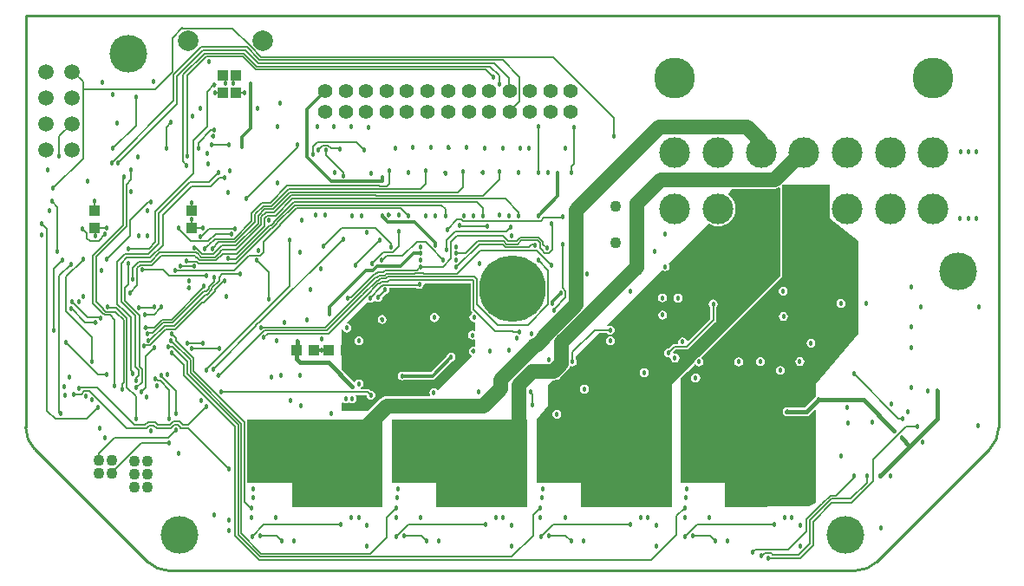
<source format=gbl>
%FSLAX23Y23*%
%MOIN*%
G70*
G01*
G75*
G04 Layer_Physical_Order=4*
G04 Layer_Color=16711680*
%ADD10R,0.020X0.020*%
%ADD11R,0.020X0.020*%
%ADD12R,0.022X0.057*%
%ADD13R,0.022X0.057*%
%ADD14R,0.055X0.039*%
%ADD15R,0.079X0.043*%
%ADD16R,0.031X0.031*%
%ADD17R,0.059X0.098*%
%ADD18R,0.098X0.059*%
%ADD19R,0.039X0.055*%
G04:AMPARAMS|DCode=20|XSize=142mil|YSize=79mil|CornerRadius=4mil|HoleSize=0mil|Usage=FLASHONLY|Rotation=180.000|XOffset=0mil|YOffset=0mil|HoleType=Round|Shape=RoundedRectangle|*
%AMROUNDEDRECTD20*
21,1,0.142,0.071,0,0,180.0*
21,1,0.134,0.079,0,0,180.0*
1,1,0.008,-0.067,0.035*
1,1,0.008,0.067,0.035*
1,1,0.008,0.067,-0.035*
1,1,0.008,-0.067,-0.035*
%
%ADD20ROUNDEDRECTD20*%
%ADD21R,0.020X0.014*%
%ADD22R,0.014X0.020*%
%ADD23R,0.057X0.018*%
%ADD24R,0.071X0.045*%
%ADD25C,0.020*%
%ADD26R,0.020X0.063*%
%ADD27R,0.083X0.114*%
%ADD28R,0.051X0.039*%
%ADD29R,0.055X0.024*%
%ADD30R,0.071X0.024*%
G04:AMPARAMS|DCode=31|XSize=75mil|YSize=126mil|CornerRadius=0mil|HoleSize=0mil|Usage=FLASHONLY|Rotation=90.000|XOffset=0mil|YOffset=0mil|HoleType=Round|Shape=Octagon|*
%AMOCTAGOND31*
4,1,8,-0.063,-0.019,-0.063,0.019,-0.044,0.037,0.044,0.037,0.063,0.019,0.063,-0.019,0.044,-0.037,-0.044,-0.037,-0.063,-0.019,0.0*
%
%ADD31OCTAGOND31*%

%ADD32R,0.017X0.050*%
%ADD33R,0.050X0.017*%
%ADD34R,0.087X0.024*%
G04:AMPARAMS|DCode=35|XSize=12mil|YSize=71mil|CornerRadius=0mil|HoleSize=0mil|Usage=FLASHONLY|Rotation=315.000|XOffset=0mil|YOffset=0mil|HoleType=Round|Shape=Round|*
%AMOVALD35*
21,1,0.059,0.012,0.000,0.000,45.0*
1,1,0.012,-0.021,-0.021*
1,1,0.012,0.021,0.021*
%
%ADD35OVALD35*%

G04:AMPARAMS|DCode=36|XSize=12mil|YSize=71mil|CornerRadius=0mil|HoleSize=0mil|Usage=FLASHONLY|Rotation=45.000|XOffset=0mil|YOffset=0mil|HoleType=Round|Shape=Round|*
%AMOVALD36*
21,1,0.059,0.012,0.000,0.000,135.0*
1,1,0.012,0.021,-0.021*
1,1,0.012,-0.021,0.021*
%
%ADD36OVALD36*%

%ADD37R,0.018X0.037*%
%ADD38R,0.037X0.018*%
G04:AMPARAMS|DCode=39|XSize=228mil|YSize=252mil|CornerRadius=17mil|HoleSize=0mil|Usage=FLASHONLY|Rotation=0.000|XOffset=0mil|YOffset=0mil|HoleType=Round|Shape=RoundedRectangle|*
%AMROUNDEDRECTD39*
21,1,0.228,0.218,0,0,0.0*
21,1,0.194,0.252,0,0,0.0*
1,1,0.034,0.097,-0.109*
1,1,0.034,-0.097,-0.109*
1,1,0.034,-0.097,0.109*
1,1,0.034,0.097,0.109*
%
%ADD39ROUNDEDRECTD39*%
G04:AMPARAMS|DCode=40|XSize=47mil|YSize=87mil|CornerRadius=4mil|HoleSize=0mil|Usage=FLASHONLY|Rotation=0.000|XOffset=0mil|YOffset=0mil|HoleType=Round|Shape=RoundedRectangle|*
%AMROUNDEDRECTD40*
21,1,0.047,0.080,0,0,0.0*
21,1,0.040,0.087,0,0,0.0*
1,1,0.007,0.020,-0.040*
1,1,0.007,-0.020,-0.040*
1,1,0.007,-0.020,0.040*
1,1,0.007,0.020,0.040*
%
%ADD40ROUNDEDRECTD40*%
%ADD41R,0.146X0.059*%
%ADD42R,0.059X0.146*%
G04:AMPARAMS|DCode=43|XSize=95mil|YSize=130mil|CornerRadius=7mil|HoleSize=0mil|Usage=FLASHONLY|Rotation=90.000|XOffset=0mil|YOffset=0mil|HoleType=Round|Shape=RoundedRectangle|*
%AMROUNDEDRECTD43*
21,1,0.095,0.116,0,0,90.0*
21,1,0.081,0.130,0,0,90.0*
1,1,0.014,0.058,0.040*
1,1,0.014,0.058,-0.040*
1,1,0.014,-0.058,-0.040*
1,1,0.014,-0.058,0.040*
%
%ADD43ROUNDEDRECTD43*%
G04:AMPARAMS|DCode=44|XSize=26mil|YSize=69mil|CornerRadius=2mil|HoleSize=0mil|Usage=FLASHONLY|Rotation=180.000|XOffset=0mil|YOffset=0mil|HoleType=Round|Shape=RoundedRectangle|*
%AMROUNDEDRECTD44*
21,1,0.026,0.065,0,0,180.0*
21,1,0.022,0.069,0,0,180.0*
1,1,0.004,-0.011,0.033*
1,1,0.004,0.011,0.033*
1,1,0.004,0.011,-0.033*
1,1,0.004,-0.011,-0.033*
%
%ADD44ROUNDEDRECTD44*%
%ADD45R,0.039X0.125*%
G04:AMPARAMS|DCode=46|XSize=95mil|YSize=130mil|CornerRadius=7mil|HoleSize=0mil|Usage=FLASHONLY|Rotation=0.000|XOffset=0mil|YOffset=0mil|HoleType=Round|Shape=RoundedRectangle|*
%AMROUNDEDRECTD46*
21,1,0.095,0.116,0,0,0.0*
21,1,0.081,0.130,0,0,0.0*
1,1,0.014,0.040,-0.058*
1,1,0.014,-0.040,-0.058*
1,1,0.014,-0.040,0.058*
1,1,0.014,0.040,0.058*
%
%ADD46ROUNDEDRECTD46*%
G04:AMPARAMS|DCode=47|XSize=26mil|YSize=69mil|CornerRadius=2mil|HoleSize=0mil|Usage=FLASHONLY|Rotation=90.000|XOffset=0mil|YOffset=0mil|HoleType=Round|Shape=RoundedRectangle|*
%AMROUNDEDRECTD47*
21,1,0.026,0.065,0,0,90.0*
21,1,0.022,0.069,0,0,90.0*
1,1,0.004,0.033,0.011*
1,1,0.004,0.033,-0.011*
1,1,0.004,-0.033,-0.011*
1,1,0.004,-0.033,0.011*
%
%ADD47ROUNDEDRECTD47*%
%ADD48R,0.125X0.039*%
%ADD49R,0.051X0.079*%
%ADD50R,0.043X0.039*%
%ADD51R,0.057X0.022*%
%ADD52R,0.057X0.022*%
%ADD53R,0.051X0.043*%
%ADD54R,0.043X0.051*%
%ADD55R,0.050X0.012*%
%ADD56C,0.006*%
%ADD57C,0.012*%
%ADD58C,0.016*%
%ADD59C,0.020*%
%ADD60C,0.025*%
%ADD61C,0.030*%
%ADD62C,0.010*%
%ADD63C,0.043*%
%ADD64C,0.145*%
%ADD65C,0.079*%
%ADD66C,0.256*%
%ADD67C,0.118*%
%ADD68C,0.157*%
%ADD69C,0.055*%
%ADD70C,0.059*%
%ADD71C,0.018*%
%ADD72C,0.040*%
%ADD73C,0.007*%
%ADD74C,0.056*%
%ADD75C,0.083*%
%ADD76C,0.260*%
%ADD77C,0.099*%
%ADD78C,0.146*%
%ADD79C,0.060*%
%ADD80C,0.052*%
%ADD81C,0.032*%
%ADD82R,0.039X0.043*%
%ADD83C,0.055*%
G36*
X58Y-837D02*
X-291D01*
Y-746D01*
X-463D01*
Y-503D01*
X58D01*
Y-837D01*
D02*
G37*
G36*
X1222Y324D02*
X1221Y322D01*
X1220Y309D01*
X1221Y296D01*
X1222Y294D01*
Y270D01*
X1332Y185D01*
Y-172D01*
X1169Y-366D01*
Y-412D01*
X1166Y-414D01*
X1163Y-418D01*
X1126Y-455D01*
X1064D01*
X1064Y-455D01*
X1057Y-454D01*
X1050Y-455D01*
X1045Y-459D01*
X1041Y-464D01*
X1040Y-471D01*
X1041Y-478D01*
X1045Y-483D01*
X1050Y-487D01*
X1057Y-488D01*
X1059Y-488D01*
X1132D01*
X1139Y-487D01*
X1144Y-483D01*
X1144Y-483D01*
X1144Y-483D01*
X1164Y-463D01*
X1169Y-465D01*
Y-515D01*
X1168D01*
Y-821D01*
X1140Y-836D01*
X819Y-837D01*
Y-746D01*
X647D01*
Y-515D01*
Y-344D01*
X648Y-343D01*
X674Y-317D01*
X700Y-291D01*
X700Y-291D01*
X701Y-290D01*
X701Y-290D01*
X701Y-290D01*
X702Y-290D01*
X702Y-290D01*
X703Y-290D01*
X703Y-290D01*
X703D01*
X703D01*
Y-290D01*
X703Y-290D01*
X705Y-290D01*
X707Y-292D01*
X712Y-296D01*
X719Y-297D01*
X726Y-296D01*
X731Y-292D01*
X735Y-287D01*
X736Y-280D01*
X735Y-273D01*
X731Y-268D01*
X728Y-266D01*
X728Y-265D01*
X729Y-264D01*
X729Y-263D01*
X729Y-263D01*
X729Y-262D01*
X729Y-262D01*
X729Y-262D01*
X730Y-261D01*
X730Y-261D01*
X1039Y48D01*
Y51D01*
X1039Y51D01*
X1039Y51D01*
Y388D01*
X1039Y388D01*
X1039Y388D01*
Y388D01*
Y401D01*
X1040Y402D01*
X1222D01*
Y324D01*
D02*
G37*
G36*
X-498Y-837D02*
X-847D01*
Y-746D01*
X-1019D01*
Y-503D01*
X-498D01*
Y-837D01*
D02*
G37*
G36*
X1031Y388D02*
Y51D01*
X723Y-256D01*
X723Y-256D01*
X723Y-257D01*
X722Y-258D01*
X722Y-259D01*
X722Y-259D01*
X721Y-259D01*
X721Y-260D01*
X718Y-263D01*
X712Y-264D01*
X707Y-268D01*
X703Y-273D01*
X702Y-279D01*
X699Y-282D01*
X698Y-282D01*
X698Y-283D01*
X698Y-283D01*
X697Y-283D01*
X696Y-284D01*
X695Y-284D01*
X695Y-284D01*
X641Y-338D01*
X639Y-341D01*
X639Y-342D01*
X613Y-368D01*
X614Y-503D01*
X614D01*
Y-837D01*
X265D01*
Y-746D01*
X93D01*
Y-503D01*
X97D01*
X96Y-503D01*
X137Y-450D01*
Y-368D01*
X153Y-352D01*
X159D01*
X168Y-350D01*
X177Y-347D01*
X184Y-341D01*
X215Y-310D01*
X215Y-310D01*
X215Y-310D01*
X220Y-303D01*
X222Y-299D01*
X223Y-297D01*
X225Y-296D01*
X232Y-297D01*
X239Y-296D01*
X244Y-292D01*
X248Y-287D01*
X249Y-280D01*
X248Y-273D01*
X244Y-268D01*
X243Y-267D01*
Y-262D01*
X336Y-169D01*
X364D01*
X365Y-170D01*
X370Y-174D01*
X377Y-175D01*
X384Y-174D01*
X389Y-170D01*
X393Y-165D01*
X394Y-158D01*
X393Y-151D01*
X389Y-146D01*
X384Y-142D01*
X377Y-141D01*
X370Y-142D01*
X369Y-143D01*
X366Y-139D01*
X577Y72D01*
X582Y70D01*
X588Y68D01*
X595Y70D01*
X601Y73D01*
X604Y79D01*
X606Y86D01*
X604Y92D01*
X602Y97D01*
X757Y252D01*
X766Y247D01*
X778Y243D01*
X791Y242D01*
X804Y243D01*
X817Y247D01*
X829Y253D01*
X839Y261D01*
X847Y272D01*
X854Y283D01*
X857Y296D01*
X859Y309D01*
X857Y322D01*
X854Y335D01*
X847Y346D01*
X839Y357D01*
X830Y364D01*
X845Y386D01*
X1009D01*
X1018Y387D01*
X1023Y390D01*
X1027Y391D01*
X1031Y388D01*
D02*
G37*
G36*
X-160Y-77D02*
X-160Y-77D01*
X-160Y-81D01*
X-157Y-85D01*
X-153Y-89D01*
X-154Y-94D01*
X-159Y-97D01*
X-162Y-103D01*
X-164Y-109D01*
X-162Y-116D01*
X-159Y-122D01*
X-153Y-125D01*
X-146Y-127D01*
X-143Y-129D01*
X-143Y-158D01*
X-147Y-161D01*
X-153Y-160D01*
X-160Y-161D01*
X-165Y-165D01*
X-169Y-170D01*
X-170Y-177D01*
X-169Y-184D01*
X-165Y-189D01*
X-160Y-193D01*
X-153Y-194D01*
X-147Y-193D01*
X-143Y-196D01*
X-143Y-219D01*
X-147Y-222D01*
X-150Y-222D01*
X-157Y-223D01*
X-162Y-227D01*
X-166Y-232D01*
X-167Y-239D01*
X-166Y-246D01*
X-162Y-251D01*
X-157Y-255D01*
X-155Y-255D01*
X-154Y-260D01*
X-282Y-388D01*
X-287Y-388D01*
X-289Y-386D01*
X-294Y-382D01*
X-301Y-381D01*
X-308Y-382D01*
X-313Y-386D01*
X-317Y-391D01*
X-318Y-398D01*
X-317Y-405D01*
X-316Y-407D01*
X-318Y-411D01*
X-482D01*
X-491Y-412D01*
X-496Y-415D01*
X-500Y-416D01*
X-507Y-422D01*
X-554Y-468D01*
X-657D01*
Y-437D01*
X-652Y-434D01*
X-647Y-438D01*
X-640Y-439D01*
X-633Y-438D01*
X-628Y-434D01*
X-627D01*
X-622Y-438D01*
X-615Y-439D01*
X-608Y-438D01*
X-603Y-434D01*
X-599Y-429D01*
X-598Y-422D01*
X-599Y-415D01*
X-603Y-410D01*
X-602Y-407D01*
X-561D01*
X-560Y-408D01*
X-559Y-415D01*
X-555Y-420D01*
X-550Y-424D01*
X-543Y-425D01*
X-536Y-424D01*
X-531Y-420D01*
X-527Y-415D01*
X-526Y-408D01*
X-527Y-401D01*
X-531Y-396D01*
X-536Y-392D01*
X-543Y-391D01*
X-544Y-391D01*
X-547Y-388D01*
X-551Y-386D01*
X-555Y-385D01*
X-555Y-385D01*
X-581D01*
X-582Y-380D01*
X-577Y-376D01*
X-573Y-371D01*
X-572Y-364D01*
X-573Y-357D01*
X-577Y-352D01*
X-582Y-348D01*
X-589Y-347D01*
X-596Y-348D01*
X-601Y-352D01*
X-604Y-356D01*
X-609Y-357D01*
X-657Y-309D01*
Y-155D01*
X-652Y-154D01*
X-652Y-156D01*
X-648Y-162D01*
X-642Y-165D01*
X-636Y-167D01*
X-629Y-165D01*
X-623Y-162D01*
X-620Y-156D01*
X-618Y-149D01*
X-620Y-143D01*
X-623Y-137D01*
X-629Y-133D01*
X-636Y-132D01*
X-636Y-132D01*
X-554Y-50D01*
X-552Y-52D01*
X-545Y-53D01*
X-538Y-52D01*
X-533Y-48D01*
X-532Y-48D01*
X-527Y-44D01*
X-522Y-48D01*
X-515Y-49D01*
X-508Y-48D01*
X-503Y-44D01*
X-499Y-39D01*
X-498Y-32D01*
X-498Y-31D01*
X-487Y-20D01*
X-481Y-19D01*
X-476Y-15D01*
X-472Y-10D01*
X-471Y-3D01*
X-472Y4D01*
X-471Y5D01*
X-368D01*
X-364Y2D01*
X-357Y1D01*
X-350Y2D01*
X-345Y6D01*
X-341Y11D01*
X-340Y18D01*
X-340Y18D01*
X-337Y22D01*
X-160D01*
Y-77D01*
D02*
G37*
%LPC*%
G36*
X-235Y-245D02*
X-242Y-246D01*
X-247Y-250D01*
X-251Y-255D01*
X-252Y-258D01*
X-313Y-320D01*
X-413D01*
X-416Y-318D01*
X-423Y-317D01*
X-429Y-318D01*
X-435Y-322D01*
X-439Y-328D01*
X-440Y-334D01*
X-439Y-341D01*
X-435Y-347D01*
X-429Y-350D01*
X-423Y-352D01*
X-416Y-350D01*
X-413Y-349D01*
X-307D01*
X-307Y-349D01*
X-302Y-347D01*
X-297Y-344D01*
X-231Y-279D01*
X-228Y-278D01*
X-223Y-274D01*
X-219Y-269D01*
X-218Y-262D01*
X-219Y-255D01*
X-223Y-250D01*
X-228Y-246D01*
X-235Y-245D01*
D02*
G37*
G36*
X871Y-263D02*
X864Y-264D01*
X859Y-268D01*
X855Y-273D01*
X854Y-280D01*
X855Y-287D01*
X859Y-292D01*
X864Y-296D01*
X871Y-297D01*
X878Y-296D01*
X883Y-292D01*
X887Y-287D01*
X888Y-280D01*
X887Y-273D01*
X883Y-268D01*
X878Y-264D01*
X871Y-263D01*
D02*
G37*
G36*
X1106Y-262D02*
X1099Y-263D01*
X1094Y-267D01*
X1090Y-272D01*
X1089Y-279D01*
X1090Y-286D01*
X1094Y-291D01*
X1099Y-295D01*
X1106Y-296D01*
X1113Y-295D01*
X1118Y-291D01*
X1122Y-286D01*
X1123Y-279D01*
X1122Y-272D01*
X1118Y-267D01*
X1113Y-263D01*
X1106Y-262D01*
D02*
G37*
G36*
X955D02*
X948Y-263D01*
X943Y-267D01*
X939Y-272D01*
X938Y-279D01*
X939Y-286D01*
X943Y-291D01*
X948Y-295D01*
X955Y-296D01*
X962Y-295D01*
X967Y-291D01*
X971Y-286D01*
X972Y-279D01*
X971Y-272D01*
X967Y-267D01*
X962Y-263D01*
X955Y-262D01*
D02*
G37*
G36*
X278Y-367D02*
X271Y-369D01*
X265Y-372D01*
X262Y-378D01*
X260Y-385D01*
X262Y-391D01*
X265Y-397D01*
X271Y-401D01*
X278Y-402D01*
X284Y-401D01*
X290Y-397D01*
X294Y-391D01*
X295Y-385D01*
X294Y-378D01*
X290Y-372D01*
X284Y-369D01*
X278Y-367D01*
D02*
G37*
G36*
X172Y-464D02*
X165Y-465D01*
X160Y-469D01*
X156Y-474D01*
X155Y-481D01*
X156Y-488D01*
X160Y-493D01*
X165Y-497D01*
X172Y-498D01*
X179Y-497D01*
X184Y-493D01*
X188Y-488D01*
X189Y-481D01*
X188Y-474D01*
X184Y-469D01*
X179Y-465D01*
X172Y-464D01*
D02*
G37*
G36*
X705Y-324D02*
X699Y-325D01*
X693Y-329D01*
X689Y-335D01*
X688Y-341D01*
X689Y-348D01*
X693Y-354D01*
X699Y-357D01*
X705Y-359D01*
X712Y-357D01*
X718Y-354D01*
X721Y-348D01*
X723Y-341D01*
X721Y-335D01*
X718Y-329D01*
X712Y-325D01*
X705Y-324D01*
D02*
G37*
G36*
X1031Y-296D02*
X1024Y-297D01*
X1019Y-301D01*
X1015Y-306D01*
X1014Y-313D01*
X1015Y-320D01*
X1019Y-325D01*
X1024Y-329D01*
X1031Y-330D01*
X1038Y-329D01*
X1043Y-325D01*
X1047Y-320D01*
X1048Y-313D01*
X1047Y-306D01*
X1043Y-301D01*
X1038Y-297D01*
X1031Y-296D01*
D02*
G37*
G36*
X508Y-305D02*
X501Y-306D01*
X496Y-310D01*
X492Y-315D01*
X491Y-322D01*
X492Y-329D01*
X496Y-334D01*
X501Y-338D01*
X508Y-339D01*
X515Y-338D01*
X520Y-334D01*
X524Y-329D01*
X525Y-322D01*
X524Y-315D01*
X520Y-310D01*
X515Y-306D01*
X508Y-305D01*
D02*
G37*
G36*
X1264Y-38D02*
X1257Y-39D01*
X1252Y-43D01*
X1248Y-48D01*
X1247Y-55D01*
X1248Y-62D01*
X1252Y-67D01*
X1257Y-71D01*
X1264Y-72D01*
X1271Y-71D01*
X1276Y-67D01*
X1280Y-62D01*
X1281Y-55D01*
X1280Y-48D01*
X1276Y-43D01*
X1271Y-39D01*
X1264Y-38D01*
D02*
G37*
G36*
X579Y-83D02*
X572Y-84D01*
X567Y-88D01*
X563Y-93D01*
X562Y-100D01*
X563Y-107D01*
X567Y-112D01*
X572Y-116D01*
X579Y-117D01*
X586Y-116D01*
X591Y-112D01*
X595Y-107D01*
X596Y-100D01*
X595Y-93D01*
X591Y-88D01*
X586Y-84D01*
X579Y-83D01*
D02*
G37*
G36*
X1043Y-89D02*
X1036Y-90D01*
X1031Y-94D01*
X1027Y-99D01*
X1026Y-106D01*
X1027Y-113D01*
X1031Y-118D01*
X1036Y-122D01*
X1043Y-123D01*
X1050Y-122D01*
X1055Y-118D01*
X1059Y-113D01*
X1060Y-106D01*
X1059Y-99D01*
X1055Y-94D01*
X1050Y-90D01*
X1043Y-89D01*
D02*
G37*
G36*
X1042Y9D02*
X1035Y8D01*
X1030Y4D01*
X1026Y-1D01*
X1025Y-8D01*
X1026Y-15D01*
X1030Y-20D01*
X1035Y-24D01*
X1042Y-25D01*
X1049Y-24D01*
X1054Y-20D01*
X1058Y-15D01*
X1059Y-8D01*
X1058Y-1D01*
X1054Y4D01*
X1049Y8D01*
X1042Y9D01*
D02*
G37*
G36*
X578Y-17D02*
X571Y-18D01*
X566Y-22D01*
X562Y-27D01*
X561Y-34D01*
X562Y-41D01*
X566Y-46D01*
X571Y-50D01*
X578Y-51D01*
X585Y-50D01*
X590Y-46D01*
X594Y-41D01*
X595Y-34D01*
X594Y-27D01*
X590Y-22D01*
X585Y-18D01*
X578Y-17D01*
D02*
G37*
G36*
X638Y-18D02*
X631Y-19D01*
X626Y-23D01*
X622Y-28D01*
X621Y-35D01*
X622Y-42D01*
X626Y-47D01*
X631Y-51D01*
X638Y-52D01*
X645Y-51D01*
X650Y-47D01*
X654Y-42D01*
X655Y-35D01*
X654Y-28D01*
X650Y-23D01*
X645Y-19D01*
X638Y-18D01*
D02*
G37*
G36*
X-589Y-181D02*
X-596Y-183D01*
X-601Y-187D01*
X-605Y-192D01*
X-607Y-199D01*
X-605Y-205D01*
X-601Y-211D01*
X-596Y-215D01*
X-589Y-216D01*
X-583Y-215D01*
X-577Y-211D01*
X-573Y-205D01*
X-572Y-199D01*
X-573Y-192D01*
X-577Y-187D01*
X-583Y-183D01*
X-589Y-181D01*
D02*
G37*
G36*
X377Y-182D02*
X370Y-183D01*
X365Y-187D01*
X361Y-192D01*
X360Y-199D01*
X361Y-206D01*
X365Y-211D01*
X370Y-215D01*
X377Y-216D01*
X384Y-215D01*
X389Y-211D01*
X393Y-206D01*
X394Y-199D01*
X393Y-192D01*
X389Y-187D01*
X384Y-183D01*
X377Y-182D01*
D02*
G37*
G36*
X1149Y-191D02*
X1142Y-192D01*
X1137Y-196D01*
X1133Y-201D01*
X1132Y-208D01*
X1133Y-215D01*
X1137Y-220D01*
X1142Y-224D01*
X1149Y-225D01*
X1156Y-224D01*
X1161Y-220D01*
X1165Y-215D01*
X1166Y-208D01*
X1165Y-201D01*
X1161Y-196D01*
X1156Y-192D01*
X1149Y-191D01*
D02*
G37*
G36*
X-298Y-92D02*
X-304Y-93D01*
X-310Y-97D01*
X-314Y-103D01*
X-315Y-109D01*
X-314Y-116D01*
X-310Y-122D01*
X-304Y-125D01*
X-298Y-127D01*
X-291Y-125D01*
X-285Y-122D01*
X-282Y-116D01*
X-280Y-109D01*
X-282Y-103D01*
X-285Y-97D01*
X-291Y-93D01*
X-298Y-92D01*
D02*
G37*
G36*
X-500Y-100D02*
X-507Y-101D01*
X-512Y-105D01*
X-516Y-110D01*
X-517Y-117D01*
X-516Y-124D01*
X-512Y-129D01*
X-507Y-133D01*
X-500Y-134D01*
X-493Y-133D01*
X-488Y-129D01*
X-484Y-124D01*
X-483Y-117D01*
X-484Y-110D01*
X-488Y-105D01*
X-493Y-101D01*
X-500Y-100D01*
D02*
G37*
G36*
X773Y-40D02*
X766Y-42D01*
X760Y-45D01*
X757Y-51D01*
X755Y-58D01*
X757Y-64D01*
X760Y-70D01*
X761Y-71D01*
Y-115D01*
X677Y-199D01*
X672Y-198D01*
X672Y-196D01*
X668Y-191D01*
X663Y-187D01*
X656Y-186D01*
X649Y-187D01*
X644Y-191D01*
X640Y-196D01*
X639Y-203D01*
X639Y-207D01*
X636Y-211D01*
X624D01*
X620Y-212D01*
X616Y-214D01*
X616Y-214D01*
X601Y-229D01*
X600Y-229D01*
X593Y-230D01*
X588Y-234D01*
X584Y-239D01*
X583Y-246D01*
X584Y-253D01*
X588Y-258D01*
X593Y-262D01*
X600Y-263D01*
X600Y-263D01*
X609Y-265D01*
X610Y-272D01*
X614Y-277D01*
X619Y-281D01*
X626Y-282D01*
X633Y-281D01*
X638Y-277D01*
X642Y-272D01*
X643Y-265D01*
X642Y-258D01*
X638Y-253D01*
X633Y-249D01*
X626Y-248D01*
X626Y-248D01*
X618Y-246D01*
X617Y-245D01*
X629Y-233D01*
X670D01*
X670Y-233D01*
X674Y-232D01*
X678Y-230D01*
X781Y-127D01*
X781Y-127D01*
X783Y-124D01*
X784Y-119D01*
Y-71D01*
X785Y-70D01*
X789Y-64D01*
X790Y-58D01*
X789Y-51D01*
X785Y-45D01*
X779Y-42D01*
X773Y-40D01*
D02*
G37*
%LPD*%
D50*
X-1604Y236D02*
D03*
Y302D02*
D03*
X-1231Y236D02*
D03*
Y302D02*
D03*
X-1112Y755D02*
D03*
Y821D02*
D03*
X-1061Y755D02*
D03*
Y821D02*
D03*
D56*
X-1229Y236D02*
X-1186D01*
X-1602D02*
X-1601Y235D01*
X-1559D01*
X-1561Y237D02*
X-1559Y235D01*
X-1248Y5D02*
X-1245D01*
X-1244Y4D01*
X-1326Y-329D02*
X-1324D01*
X-1502Y-50D02*
Y99D01*
X227Y452D02*
Y471D01*
X238Y482D01*
Y623D01*
X-598Y565D02*
X-569Y536D01*
X-748Y565D02*
X-598D01*
X-697Y540D02*
X-659D01*
X-892Y714D02*
X-891Y715D01*
X-273Y323D02*
X-257Y307D01*
X-137Y335D02*
X-113Y311D01*
X-26Y347D02*
X26Y295D01*
X-717Y516D02*
X-650Y449D01*
X100Y448D02*
Y629D01*
X-473Y404D02*
Y454D01*
X-332Y404D02*
Y454D01*
X-189Y390D02*
Y451D01*
X-257Y281D02*
Y307D01*
X-113Y282D02*
Y311D01*
X-49Y423D02*
Y451D01*
X26Y282D02*
Y295D01*
X-257Y281D02*
X-257Y281D01*
X-113Y282D02*
X-113Y282D01*
X26Y282D02*
X28Y280D01*
X238Y623D02*
Y624D01*
X-304Y-37D02*
X-303Y-38D01*
X-185Y3D02*
X-184Y2D01*
X-547Y-442D02*
X-544D01*
X-496Y-399D02*
X-494Y-397D01*
X-391Y-248D02*
X-389Y-246D01*
X-615Y-272D02*
X-615Y-272D01*
X-717Y516D02*
Y534D01*
X-718Y282D02*
X-718Y282D01*
X712Y-904D02*
X1007D01*
X666Y-951D02*
X712Y-904D01*
X760Y-948D02*
X781Y-968D01*
X696Y-948D02*
X760D01*
X158Y-904D02*
X453D01*
X112Y-951D02*
X158Y-904D01*
X206Y-948D02*
X227Y-968D01*
X142Y-948D02*
X206D01*
X-398Y-904D02*
X-103D01*
X-444Y-951D02*
X-398Y-904D01*
X-350Y-948D02*
X-329Y-968D01*
X-414Y-948D02*
X-350D01*
X-954Y-904D02*
X-659D01*
X-1000Y-951D02*
X-954Y-904D01*
X-906Y-948D02*
X-885Y-968D01*
X-970Y-948D02*
X-906D01*
X-1426Y-394D02*
X-1410Y-378D01*
X983Y-1034D02*
X984D01*
X-1308Y-246D02*
X-1262Y-292D01*
X-1303Y-179D02*
X-1292Y-190D01*
X-1423Y-357D02*
X-1423Y-357D01*
X-1444Y-378D02*
X-1423Y-357D01*
X-1422Y-356D01*
X-1445Y-342D02*
X-1436Y-333D01*
X-1465Y-312D02*
X-1461Y-316D01*
X-1414Y-217D02*
Y-216D01*
X-1415Y-215D02*
X-1414Y-216D01*
X-1445Y-351D02*
Y-342D01*
X-1415Y-148D02*
X-1410D01*
X-1415Y-148D02*
X-1415Y-148D01*
X-1262Y-331D02*
Y-292D01*
X773Y-119D02*
Y-58D01*
X670Y-222D02*
X773Y-119D01*
X624Y-222D02*
X670D01*
X600Y-246D02*
X624Y-222D01*
X1364Y-744D02*
Y-719D01*
X1314Y-726D02*
Y-719D01*
X1246Y-794D02*
X1314Y-726D01*
X1388Y-738D02*
Y-656D01*
X1515Y-529D01*
X1229Y-822D02*
X1304D01*
X1388Y-738D01*
X1228Y-806D02*
X1302D01*
X1364Y-744D01*
X997Y-1016D02*
X1002Y-1021D01*
X925Y-1012D02*
X934Y-1003D01*
X1060D01*
X1132Y-931D01*
Y-884D01*
X1157Y-895D02*
X1229Y-822D01*
X1145Y-889D02*
X1228Y-806D01*
X1223Y-794D02*
X1246D01*
X1191Y-825D02*
X1223Y-794D01*
X1132Y-884D02*
X1191Y-825D01*
X1192Y-824D01*
X-973Y-1043D02*
X534D01*
X-969Y-1030D02*
X-2D01*
X-1029Y-817D02*
Y-541D01*
Y-817D02*
X-1004Y-842D01*
X534Y-1043D02*
X632Y-945D01*
Y-873D01*
X663Y-842D01*
X-2Y-1030D02*
X81Y-947D01*
Y-870D01*
X108Y-843D01*
X-964Y-1017D02*
X-545D01*
X-483Y-955D01*
Y-878D01*
X-447Y-842D01*
X-436Y284D02*
X-436Y284D01*
X-294Y282D02*
X-292Y280D01*
X-11Y283D02*
X-11Y283D01*
X-194Y241D02*
X-96D01*
X-200Y247D02*
X-194Y241D01*
X-1061Y755D02*
X-1031D01*
X-1031Y755D01*
X-1107Y429D02*
X-1107D01*
X-1130Y443D02*
X-1126Y448D01*
X-1156Y554D02*
X-1085D01*
X-1206Y540D02*
Y563D01*
X-1158Y611D01*
X-1144D01*
X-1140Y787D02*
Y788D01*
X-1143Y755D02*
X-1112D01*
X-1225Y572D02*
X-1173Y624D01*
X-1618Y-424D02*
X-1617Y-425D01*
X-1619Y-424D02*
X-1618D01*
X-1415Y-215D02*
X-1392D01*
X-1295Y-154D02*
X-1192Y-51D01*
X-1191Y-50D01*
X-1165Y412D02*
X-1129Y448D01*
X-1343Y286D02*
X-1233Y396D01*
X-1240Y412D02*
X-1165D01*
X-1359Y293D02*
X-1240Y412D01*
X-1343Y168D02*
Y286D01*
X-1359Y175D02*
Y293D01*
X-650Y436D02*
Y449D01*
X-964Y247D02*
Y277D01*
X-977Y252D02*
Y282D01*
X-989Y287D02*
X-957Y319D01*
X-989Y257D02*
Y287D01*
X-1001Y292D02*
X-962Y331D01*
X-1001Y262D02*
Y292D01*
X-915Y294D02*
X-849Y360D01*
X-920Y307D02*
X-854Y372D01*
X-925Y319D02*
X-860Y384D01*
X-930Y331D02*
X-865Y397D01*
X-952Y242D02*
Y272D01*
X-1253Y109D02*
X-1249Y105D01*
X-1214Y122D02*
Y122D01*
X-1477Y154D02*
X-1397D01*
X-1371Y180D01*
Y298D01*
X-1109Y32D02*
X-1105D01*
X-952Y272D02*
X-942Y282D01*
X-964Y277D02*
X-947Y294D01*
X-915D01*
X-977Y282D02*
X-952Y307D01*
X-920D01*
X-957Y319D02*
X-925D01*
X-962Y331D02*
X-930D01*
X-1147Y29D02*
Y45D01*
X-1103Y792D02*
Y818D01*
X-1071Y792D02*
Y820D01*
X-1070Y821D01*
X-1231Y302D02*
Y333D01*
Y238D02*
Y268D01*
X-1232Y237D02*
X-1231Y238D01*
X-1195Y-428D02*
X-1194Y-429D01*
X-1066Y-950D02*
Y-527D01*
X-1053Y-945D02*
Y-522D01*
X-1041Y-541D02*
Y-517D01*
X-1029Y-541D02*
Y-512D01*
X-1237Y-321D02*
X-1041Y-517D01*
X-1249Y-326D02*
X-1053Y-522D01*
X-1262Y-331D02*
X-1066Y-527D01*
X-1250Y-209D02*
X-1190D01*
X-1415Y-148D02*
X-1377D01*
X-1401Y-170D02*
X-1382D01*
X-1447Y-497D02*
Y-411D01*
X-1422Y-356D02*
Y-308D01*
X-1436Y-333D02*
Y-311D01*
X-1432Y-298D02*
X-1422Y-308D01*
X-1449Y-298D02*
X-1436Y-311D01*
X-1449Y-298D02*
Y-102D01*
X-1481Y-377D02*
X-1447Y-411D01*
X-1465Y-312D02*
Y-109D01*
X-1437Y-72D02*
X-1380D01*
X-1432Y-298D02*
Y-102D01*
X-1246Y-523D02*
X-1176Y-453D01*
X-1225Y-316D02*
Y-264D01*
Y-316D02*
X-1029Y-512D01*
X-1237Y-321D02*
Y-272D01*
X-1249Y-326D02*
Y-280D01*
X-1292Y-480D02*
Y-391D01*
X-1371Y-344D02*
X-1368D01*
X-1589Y-659D02*
Y-631D01*
X-1529Y-571D01*
X-1539Y-709D02*
Y-704D01*
X-1426Y-591D01*
X-1319D01*
Y-502D02*
Y-387D01*
X-1353Y-353D02*
X-1319Y-387D01*
X-1362Y-353D02*
X-1353D01*
X-1371Y-344D02*
X-1362Y-353D01*
X-1267Y490D02*
X-1253Y476D01*
X-1267Y490D02*
Y520D01*
X-1540Y485D02*
X-1301Y724D01*
X-1515Y484D02*
X-1288Y710D01*
X-1301Y724D02*
Y824D01*
X-1288Y710D02*
Y819D01*
X-1250Y513D02*
Y820D01*
X-70Y869D02*
X-12Y811D01*
Y768D02*
Y811D01*
X-36Y881D02*
X29Y816D01*
Y723D02*
Y816D01*
X-8Y686D02*
X29Y723D01*
X-85Y856D02*
X-49Y820D01*
Y787D02*
Y820D01*
X-102Y844D02*
X-73Y815D01*
X-1392Y-215D02*
X-1331Y-154D01*
X-1391Y-196D02*
X-1337Y-142D01*
X-1382Y-170D02*
X-1342Y-130D01*
X-1377Y-148D02*
X-1347Y-117D01*
X-1411Y-98D02*
X-1377D01*
X-1354Y-75D01*
X-1380Y-72D02*
X-1372Y-64D01*
X-1476Y-58D02*
X-1432Y-102D01*
X-1481Y-70D02*
X-1449Y-102D01*
X-1477Y-58D02*
X-1476D01*
X-1490Y-45D02*
X-1477Y-58D01*
X-1502Y-50D02*
X-1482Y-70D01*
X-1481D01*
X-1488Y-86D02*
X-1465Y-109D01*
X-1488Y-86D02*
X-1488D01*
X-1481Y-377D02*
Y-112D01*
X-1521Y-72D02*
X-1481Y-112D01*
X-1553Y-72D02*
X-1521D01*
X-1641Y-127D02*
X-1597D01*
X-1464Y420D02*
Y459D01*
X-1495Y428D02*
X-1493Y430D01*
X-1495Y362D02*
Y428D01*
X-1498Y-365D02*
X-1493Y-360D01*
Y-157D01*
Y-156D01*
X-1518Y-57D02*
Y106D01*
Y-57D02*
X-1488Y-86D01*
X-1528Y-249D02*
Y-118D01*
Y-373D02*
Y-249D01*
Y-248D01*
X-1695Y-74D02*
Y-73D01*
X-1641Y-127D01*
X-1748Y144D02*
Y315D01*
X-1770Y337D02*
X-1748Y315D01*
X-1715Y47D02*
X-1649Y113D01*
X-1667Y-46D02*
X-1665Y-48D01*
X-1715Y-85D02*
Y47D01*
Y-85D02*
X-1614Y-186D01*
Y-277D02*
Y-186D01*
X-251Y150D02*
Y189D01*
X-22Y222D02*
X-6Y238D01*
X-211Y267D02*
X-195D01*
X-249Y229D02*
X-211Y267D01*
X317Y-158D02*
X377D01*
X232Y-243D02*
X317Y-158D01*
X232Y-279D02*
Y-243D01*
X-1742Y587D02*
X-1693Y636D01*
X-1742Y511D02*
Y587D01*
X-1766Y387D02*
X-1650Y503D01*
X-1688Y836D02*
X-1650Y798D01*
X-1808Y250D02*
X-1788Y230D01*
Y-468D02*
Y230D01*
Y-468D02*
X-1757Y-499D01*
X-1634D01*
X-1591Y-456D01*
X-1763Y79D02*
X-1729Y113D01*
X-1763Y-159D02*
Y79D01*
X-1716Y-206D02*
X-1593Y-329D01*
X-1560D01*
X-1066Y-950D02*
X-973Y-1043D01*
X-1322Y-571D02*
X-1292Y-541D01*
X-1041Y-940D02*
Y-541D01*
Y-940D02*
X-964Y-1017D01*
X-1053Y-945D02*
X-969Y-1030D01*
X-1245Y-535D02*
X-1088Y-692D01*
X-1529Y-571D02*
X-1322D01*
X-1625Y-391D02*
X-1481Y-535D01*
X-1664Y-383D02*
X-1660Y-379D01*
X-1596D01*
X-1452Y-523D01*
X1515Y-529D02*
X1558D01*
X1559D01*
X-1330Y543D02*
Y622D01*
X-1312Y640D01*
X-218Y222D02*
X-22D01*
X-212Y204D02*
X-34D01*
X-1292Y-197D02*
Y-190D01*
X-928Y-172D02*
X-915D01*
X-1232Y-229D02*
X-1121D01*
X-1321Y-223D02*
X-1306D01*
X-1347Y-117D02*
X-1310D01*
X-1184Y9D01*
X-1342Y-130D02*
X-1305D01*
X-1337Y-142D02*
X-1300D01*
X-1331Y-154D02*
X-1295D01*
X-1306Y-223D02*
X-1249Y-280D01*
X-1308Y-201D02*
X-1237Y-272D01*
X-1292Y-197D02*
X-1225Y-264D01*
X-928Y-160D02*
X-921D01*
X-954Y-186D02*
X-940Y-172D01*
X-915D01*
X-1135Y-331D02*
X-1125D01*
X-1490Y-45D02*
Y6D01*
X-1477Y19D01*
X-1420Y74D02*
X-1418Y72D01*
X-1502Y99D02*
X-1481Y120D01*
X-1391D01*
X-1343Y168D01*
X-1558Y115D02*
X-1469Y204D01*
X-1590Y184D02*
X-1564Y210D01*
X-1603Y204D02*
Y231D01*
X-1623Y184D02*
X-1590D01*
X-1635Y196D02*
X-1623Y184D01*
X-1635Y196D02*
Y216D01*
X-1652Y233D02*
X-1635Y216D01*
X-358Y16D02*
X-357Y17D01*
X-467Y-36D02*
X-466Y-37D01*
X-488Y-5D02*
Y0D01*
X-546Y-35D02*
Y-34D01*
X-555Y-396D02*
X-543Y-408D01*
X-1119Y-396D02*
X-555D01*
X-1371Y298D02*
X-1225Y444D01*
Y572D01*
X-1070Y192D02*
X-1001Y262D01*
X-1401Y-196D02*
X-1391D01*
X-1061Y168D02*
X-977Y252D01*
X-650Y192D02*
X-650D01*
X-1198Y203D02*
X-1195D01*
X-214Y86D02*
X-127Y173D01*
X-1284Y234D02*
Y236D01*
Y234D02*
X-1234Y184D01*
X-1169D02*
X-1140Y213D01*
X-1083D01*
X-1081Y211D01*
X-854Y13D02*
Y188D01*
X-935Y-39D02*
Y65D01*
X-603Y92D02*
Y94D01*
X-921Y-160D02*
X-712D01*
X-966Y-148D02*
X-718D01*
X-712Y-160D02*
X-575Y-23D01*
X-718Y-148D02*
X-588Y-18D01*
X-575Y-23D02*
Y-23D01*
X-588Y-18D02*
Y-18D01*
X-632Y-33D02*
X-620D01*
X-515Y-32D02*
X-488Y-5D01*
X-620Y-33D02*
X-530Y57D01*
X-588Y-18D02*
X-525Y44D01*
X-575Y-23D02*
X-520Y32D01*
X-563Y-28D02*
X-515Y20D01*
X-509D01*
X-520Y32D02*
X-514D01*
X-525Y44D02*
X-519D01*
X-482Y16D02*
X-481Y16D01*
X-358D01*
X-509Y20D02*
X-501Y28D01*
X-480D01*
X-514Y32D02*
X-506Y41D01*
X-485D01*
X-478Y47D01*
X-519Y44D02*
X-511Y53D01*
X-490D01*
X-484Y59D01*
X-495Y65D02*
X-489Y71D01*
X-538Y93D02*
X-537Y92D01*
X-251Y189D02*
X-218Y222D01*
X-313Y162D02*
Y162D01*
X-264Y113D02*
X-264D01*
X-313Y162D02*
X-264Y113D01*
X-132Y185D02*
X-32D01*
X-127Y173D02*
X-37D01*
X-26Y161D01*
X-32Y185D02*
X-21Y173D01*
X-34Y204D02*
X-16Y186D01*
X-180Y137D02*
X-132Y185D01*
X22Y173D02*
X35Y187D01*
X17Y186D02*
X30Y199D01*
X-21Y173D02*
X22D01*
X-26Y161D02*
X65D01*
X74Y170D01*
X90D01*
X-16Y186D02*
X17D01*
X97Y187D02*
X107Y177D01*
X102Y199D02*
X119Y182D01*
Y172D02*
Y182D01*
Y172D02*
X133Y158D01*
X35Y187D02*
X97D01*
X30Y199D02*
X102D01*
X187Y274D02*
X191Y278D01*
X151Y251D02*
X154Y248D01*
Y152D02*
Y248D01*
X-215Y137D02*
X-180D01*
X-137Y-57D02*
X-57Y-137D01*
X-147Y47D02*
X-137Y38D01*
Y-57D02*
Y38D01*
X-149Y-77D02*
X-65Y-161D01*
X0D01*
X5Y-166D01*
X28D01*
X72Y-397D02*
X79Y-404D01*
X-1650Y503D02*
Y768D01*
Y798D01*
Y768D02*
X-1373D01*
X-1194Y931D02*
X-1020D01*
X-1250Y820D02*
X-1176Y894D01*
X-1288Y819D02*
X-1189Y918D01*
X-1301Y824D02*
X-1194Y931D01*
X-1373Y768D02*
X-1313Y828D01*
Y829D01*
X-1307Y835D01*
Y966D01*
X-1268Y1005D01*
X-1266Y1003D01*
X-1007Y935D02*
Y935D01*
X-1020Y931D02*
X-1019Y930D01*
Y930D02*
Y930D01*
X-1189Y918D02*
X-1026D01*
X-1182Y906D02*
X-1031D01*
X-1176Y894D02*
X-1036D01*
X-1266Y1003D02*
X-1075D01*
X-1007Y935D01*
X-1036Y894D02*
X-986Y844D01*
X-1031Y906D02*
X-981Y856D01*
X-1026Y918D02*
X-976Y869D01*
X-1019Y930D02*
X-971Y881D01*
X-1007Y935D02*
X-966Y893D01*
X-971Y881D02*
X-36D01*
X-976Y869D02*
X-70D01*
X-981Y856D02*
X-85D01*
X-986Y844D02*
X-102D01*
X-966Y893D02*
X157D01*
X391Y659D01*
Y588D02*
Y659D01*
X-1605Y306D02*
Y337D01*
X-1612Y128D02*
X-1496Y244D01*
Y361D01*
X-1495Y362D01*
X-1483Y401D02*
X-1464Y420D01*
X-1599Y124D02*
X-1483Y240D01*
Y401D01*
X-1267Y520D02*
X-1264Y523D01*
Y824D01*
X-1182Y906D01*
X-1250Y513D02*
X-1249Y512D01*
X-1109Y427D02*
X-1107Y429D01*
X-1233Y396D02*
X-1158D01*
X-1127Y427D01*
X-1109D01*
X-1173Y624D02*
Y758D01*
X-1144Y787D01*
X-1140D01*
X-746Y536D02*
X-729Y553D01*
X-710D01*
X-697Y540D01*
X-766Y521D02*
X-763Y519D01*
X-766Y521D02*
Y547D01*
X-748Y565D01*
X-428Y310D02*
X-399Y281D01*
X-830Y310D02*
X-428D01*
X-835Y323D02*
X-273D01*
X-840Y335D02*
X-137D01*
X-845Y347D02*
X-26D01*
X-865Y397D02*
X-508D01*
X-860Y384D02*
X-513D01*
X-513Y384D01*
X-854Y372D02*
X-518D01*
X-518Y371D01*
X-849Y360D02*
X-523D01*
X-523Y359D01*
X-113D01*
X-518Y371D02*
X-208D01*
X-513Y384D02*
X-352D01*
X-508Y396D02*
X-481D01*
X-473Y404D01*
X-352Y384D02*
X-332Y404D01*
X-208Y371D02*
X-189Y390D01*
X-113Y359D02*
X-49Y423D01*
X-57Y-137D02*
X60D01*
X163Y-81D02*
Y-74D01*
X193Y4D02*
Y171D01*
Y4D02*
X205Y-8D01*
Y-32D02*
Y-8D01*
X163Y-74D02*
X205Y-32D01*
X60Y-137D02*
X137Y-60D01*
Y73D01*
X100Y110D02*
X137Y73D01*
X141Y139D02*
X154Y152D01*
X107Y158D02*
Y177D01*
X89Y169D02*
X90Y170D01*
X94Y149D02*
X151Y92D01*
X126Y139D02*
X141D01*
X115Y150D02*
X126Y139D01*
X115Y150D02*
X115D01*
X107Y158D02*
X115Y150D01*
X122Y274D02*
X187D01*
X-234Y182D02*
X-212Y204D01*
X-352Y86D02*
X-265D01*
X-234Y117D01*
Y182D01*
X-421Y127D02*
X-366Y182D01*
X-333D01*
X-313Y162D01*
X-150Y282D02*
X-149Y281D01*
X110Y262D02*
X122Y274D01*
X-195Y267D02*
X-190Y262D01*
X110D01*
X-464Y162D02*
Y175D01*
X-942Y282D02*
X-910D01*
X-845Y347D01*
X-916Y256D02*
Y259D01*
X-840Y335D01*
X-904Y251D02*
Y254D01*
X-835Y323D01*
X-891Y246D02*
Y249D01*
X-830Y310D01*
X-1518Y106D02*
X-1488Y136D01*
X-1485D01*
X-1485Y136D01*
X-1398D01*
X-1359Y175D01*
X-1650Y114D02*
X-1649Y113D01*
X-1741Y-476D02*
Y51D01*
Y-476D02*
X-1737Y-480D01*
X-1741Y51D02*
X-1696Y96D01*
X-1452Y-523D02*
X-1411D01*
X-1400Y-512D01*
X-1373D01*
X-1406Y-535D02*
X-1395Y-524D01*
X-1481Y-535D02*
X-1406D01*
X-1395Y-524D02*
X-1378D01*
X-1280Y-508D02*
X-1265Y-523D01*
X-1246D01*
X-1273Y-535D02*
X-1245D01*
X-1300Y-523D02*
X-1284D01*
X-1274Y-533D01*
Y-535D02*
Y-533D01*
Y-535D02*
X-1273Y-535D01*
X-1302Y-508D02*
X-1280D01*
X-1367Y-535D02*
X-1312D01*
X-1300Y-523D01*
X-1378Y-524D02*
X-1367Y-535D01*
X-984Y-142D02*
Y-140D01*
X-974Y-130D01*
X-972D01*
X-650Y192D01*
X-1125Y-331D02*
X-960Y-166D01*
X-958D01*
X-952Y-160D01*
X-921D01*
X-1150Y-307D02*
X-984Y-142D01*
X-1150Y-308D02*
Y-307D01*
Y-308D02*
X-1148D01*
X-1178Y-311D02*
X-854Y13D01*
X-1192Y-51D02*
X-1185D01*
X-1294Y70D02*
X-1294Y70D01*
X-1142Y-1D02*
X-1109Y32D01*
X-1142Y-8D02*
Y-1D01*
X-1185Y-51D02*
X-1142Y-8D01*
X-1155Y-3D02*
Y4D01*
X-1172Y-21D02*
X-1155Y-3D01*
X-1179Y-21D02*
X-1172D01*
X-1300Y-142D02*
X-1179Y-21D01*
X-1167Y9D02*
X-1147Y29D01*
X-1167Y2D02*
Y9D01*
X-1177Y-8D02*
X-1167Y2D01*
X-1184Y-8D02*
X-1177D01*
X-1305Y-130D02*
X-1184Y-8D01*
X-1195Y203D02*
X-1167Y231D01*
X-1068D01*
X-981Y111D02*
X-935Y65D01*
X-1044Y58D02*
X-1044Y58D01*
X-1115Y58D02*
X-1044D01*
X-1153Y156D02*
X-1129Y180D01*
X-1234Y184D02*
X-1169D01*
X-1319Y51D02*
X-1180D01*
X-1093Y116D02*
X-1061D01*
Y151D02*
X-964Y247D01*
X-1129Y180D02*
X-1065D01*
X-989Y257D01*
X-1279Y88D02*
X-1221D01*
X-1143Y192D02*
X-1070D01*
X-1164Y172D02*
X-1143Y192D01*
X-1165Y172D02*
X-1164D01*
X-1182Y155D02*
X-1165Y172D01*
X-1458Y37D02*
Y83D01*
X-1436Y105D01*
X-1389D01*
X-1441Y80D02*
X-1428Y93D01*
X-1384D01*
X-1441Y45D02*
X-1441Y45D01*
X-1441Y45D02*
Y80D01*
X-1477Y19D02*
Y29D01*
X-1477Y29D02*
X-1477Y29D01*
X-1477Y98D02*
X-1477Y98D01*
X-1477Y29D02*
Y98D01*
X-1469Y-14D02*
X-1441Y14D01*
Y45D01*
X-1418Y72D02*
X-1416Y74D01*
X-1342D01*
X-1319Y51D01*
X-1693Y-47D02*
X-1632Y-108D01*
X-1582D01*
X-1580Y-110D01*
X-1612Y-55D02*
Y128D01*
Y-55D02*
X-1574Y-93D01*
X962Y-1026D02*
X972Y-1016D01*
X997D01*
X-480Y28D02*
X-473Y35D01*
X-152D02*
X-149Y32D01*
Y-77D02*
Y32D01*
X-473Y35D02*
X-366D01*
X-365Y36D01*
X-349D01*
X-348Y35D01*
X-152D01*
X-478Y47D02*
X-371D01*
X-370Y48D01*
X-344D01*
X-343Y47D01*
X-147D01*
X-484Y59D02*
X-376D01*
X-375Y61D01*
X-339D01*
X-338Y59D01*
X-489Y71D02*
X-381D01*
X-380Y73D01*
X-366D01*
X-352Y87D01*
X-915Y-172D02*
X-707D01*
X-563Y-28D01*
Y-28D01*
X-546Y-35D02*
X-545Y-36D01*
X-504Y8D02*
X-496Y16D01*
X-482D01*
X-546Y-34D02*
X-504Y8D01*
X-504D01*
X-1685Y-404D02*
X-1657D01*
X-1644Y-391D01*
X-1625D01*
X-1591Y-456D02*
Y-455D01*
X-1389Y105D02*
X-1354Y140D01*
X-1214D01*
X-1211Y137D01*
X-1384Y93D02*
X-1349Y128D01*
X-1219D01*
X-1214Y122D01*
X-1155Y4D02*
X-1126Y32D01*
Y46D01*
X-1115Y58D01*
X-1168Y70D02*
X-1070D01*
X-1249Y105D02*
X-1230D01*
X-1229Y106D01*
X-1213D01*
X-1205Y98D01*
X-1061D01*
X-1093Y116D02*
X-1093Y116D01*
X-1093Y116D02*
Y117D01*
X-1294Y70D02*
X-1229D01*
X-1229Y70D01*
X-1187D01*
X-1186Y71D01*
X-1169D01*
X-1168Y70D01*
X-1216Y159D02*
X-1215D01*
X-1191Y135D01*
X-1210Y137D02*
X-1196Y123D01*
X-1214Y122D02*
X-1212D01*
X-1201Y111D01*
X-1211Y137D02*
X-1210D01*
X-1116Y151D02*
X-1061D01*
X-1135Y148D02*
Y149D01*
X-1123Y143D02*
Y144D01*
X-1116Y151D01*
X-1143Y123D02*
X-1123Y143D01*
X-1191Y135D02*
X-1148D01*
X-1135Y148D01*
Y149D02*
X-1116Y168D01*
X-1061D01*
X-1196Y123D02*
X-1143D01*
X-1201Y111D02*
X-1138D01*
X-1599Y-49D02*
Y124D01*
Y-49D02*
X-1572Y-76D01*
Y-77D02*
Y-76D01*
Y-77D02*
X-1561Y-88D01*
X-1574Y-93D02*
X-1574D01*
X-1566Y-100D01*
X-1546D01*
X-1528Y-118D01*
X-1561Y-88D02*
X-1525D01*
X-1493Y-120D01*
Y-138D02*
Y-120D01*
X-1498Y-387D02*
Y-386D01*
Y-365D01*
X-1493Y-157D02*
Y-136D01*
X79Y-444D02*
Y-404D01*
X-1070Y70D02*
X-1011Y129D01*
X-990D01*
X-990Y129D01*
X-1113Y136D02*
X-1058D01*
X-952Y242D01*
X-1138Y111D02*
X-1113Y136D01*
X-1536Y542D02*
X-1534D01*
X-1446Y629D01*
Y739D01*
X-1469Y204D02*
Y266D01*
X-1399Y336D01*
X-1390D01*
X-1410Y-378D02*
Y-260D01*
X-1376Y-226D01*
X-1068Y231D02*
X-1065Y228D01*
X-1349Y-334D02*
X-1292Y-391D01*
X-1317Y-523D02*
X-1302Y-508D01*
X-1373Y-512D02*
X-1362Y-523D01*
X-1317D01*
X-501Y108D02*
X-482Y127D01*
X-421D01*
X-603Y94D02*
X-508Y189D01*
X-516Y65D02*
X-495D01*
X-530Y57D02*
X-524D01*
X-516Y65D01*
X-525Y236D02*
X-464Y175D01*
X-725Y166D02*
X-655Y236D01*
X-525D01*
X-990Y129D02*
X-969D01*
X-957Y141D01*
X-1061Y98D02*
X-926Y234D01*
X-1061Y116D02*
X-931Y246D01*
X-926D01*
X-916Y256D01*
X-926Y234D02*
X-921D01*
X-904Y251D01*
X-957Y141D02*
Y181D01*
X-916Y222D01*
X-916Y221D02*
X-891Y246D01*
X-538Y98D02*
X-495Y141D01*
X-538Y93D02*
Y98D01*
X-460Y141D02*
X-436Y165D01*
X-495Y141D02*
X-460D01*
X-436Y165D02*
Y223D01*
X-338Y59D02*
X-213D01*
X-123Y149D01*
X-103D01*
X-105Y149D02*
X94D01*
X1314Y-325D02*
Y-324D01*
Y-325D02*
X1486Y-497D01*
X1502D01*
X1002Y-1021D02*
X1102D01*
X1145Y-978D01*
Y-889D01*
X984Y-1034D02*
X1108D01*
X1157Y-985D01*
Y-951D01*
X1157Y-951D02*
X1157Y-951D01*
X1157Y-951D02*
Y-895D01*
X-1022Y349D02*
X-826Y545D01*
Y556D01*
D57*
X-765Y-235D02*
X-733D01*
X-704D01*
X-1040Y549D02*
Y586D01*
X-1007Y619D01*
Y789D01*
X-542Y446D02*
X-541Y447D01*
X-351Y111D02*
X-351Y111D01*
X-48Y284D02*
X-48Y284D01*
X174Y446D02*
X175Y447D01*
Y358D02*
Y446D01*
X100Y283D02*
X175Y358D01*
X137Y448D02*
X137Y448D01*
X-501Y-116D02*
X-500Y-117D01*
X-307Y-334D02*
X-235Y-262D01*
X-423Y-334D02*
X-307D01*
X-152Y-239D02*
X-151D01*
X-146Y-109D02*
X-146Y-109D01*
X-681Y447D02*
X-681Y447D01*
X278Y-385D02*
X279Y-386D01*
X-244Y544D02*
X-242Y542D01*
X-106Y543D02*
X-106Y543D01*
X-400Y447D02*
X-399Y446D01*
X-258Y447D02*
X-257Y446D01*
X26Y449D02*
X26Y449D01*
X66Y542D02*
X66Y542D01*
X203Y543D02*
X203Y543D01*
X-474Y285D02*
X-473Y286D01*
X-332Y282D02*
X-331Y283D01*
X-114Y448D02*
X-113Y447D01*
X-1151Y589D02*
X-1150D01*
X-616Y282D02*
X-616Y282D01*
X-430Y87D02*
X-380Y137D01*
X-352D01*
X-352D02*
X-351D01*
X-788Y692D02*
X-719Y762D01*
X-788Y508D02*
Y692D01*
Y508D02*
X-694Y414D01*
X-296Y169D02*
Y179D01*
X-694Y414D02*
X-500D01*
X-499Y415D01*
Y429D01*
X155Y-48D02*
X187Y-16D01*
X155Y-54D02*
X156Y-55D01*
X155Y-54D02*
Y-48D01*
X-296Y169D02*
X-296Y169D01*
X-295D01*
X-187Y283D02*
X-187Y283D01*
X-500Y281D02*
X-478Y259D01*
X-376D01*
X-296Y179D01*
X-702Y-94D02*
Y-68D01*
X-562Y72D01*
X-519Y87D02*
X-430D01*
X-534Y72D02*
X-519Y87D01*
X-562Y72D02*
X-534D01*
D58*
X1132Y-472D02*
X1178Y-426D01*
X1350D02*
X1469Y-545D01*
X1178Y-426D02*
X1350D01*
X1497Y-573D02*
X1497Y-573D01*
X1528Y-604D01*
X1414Y-720D02*
X1636Y-498D01*
X1057Y-472D02*
X1132D01*
X1056Y-471D02*
X1057Y-472D01*
X1636Y-498D02*
Y-392D01*
X-706Y-283D02*
X-615Y-374D01*
X-829Y-268D02*
X-814Y-283D01*
X-706D01*
X-824Y-229D02*
Y-202D01*
X-829Y-268D02*
Y-234D01*
X-616Y-375D02*
X-615Y-374D01*
D62*
X-1870Y-532D02*
G03*
X-1835Y-615I118J0D01*
G01*
X-1402Y-1048D02*
G03*
X-1319Y-1083I84J84D01*
G01*
X1319D02*
G03*
X1402Y-1048I0J118D01*
G01*
X1836Y-615D02*
G03*
X1870Y-532I-84J84D01*
G01*
X-1835Y-615D02*
X-1402Y-1048D01*
X-1319Y-1083D02*
X1319D01*
X1402Y-1048D02*
X1836Y-615D01*
X1870Y-532D02*
Y1053D01*
X-1870D02*
X1870D01*
X-1870Y-532D02*
Y1053D01*
D63*
X-1589Y-709D02*
D03*
X-1539D02*
D03*
X-1589Y-659D02*
D03*
X-1539D02*
D03*
X397Y317D02*
D03*
Y179D02*
D03*
X-1452Y-661D02*
D03*
Y-761D02*
D03*
X-1402D02*
D03*
X-1452Y-711D02*
D03*
X-1402D02*
D03*
Y-661D02*
D03*
D64*
X1713Y69D02*
D03*
X1280Y-945D02*
D03*
X-1279D02*
D03*
X-1476Y906D02*
D03*
D65*
X-959Y955D02*
D03*
X-1246D02*
D03*
D66*
X0Y-0D02*
D03*
D67*
X1453Y309D02*
D03*
X1618D02*
D03*
X1287D02*
D03*
X1122D02*
D03*
X957D02*
D03*
X791D02*
D03*
X626D02*
D03*
X1618Y526D02*
D03*
X1453D02*
D03*
X1287D02*
D03*
X1122D02*
D03*
X957D02*
D03*
X791D02*
D03*
X626D02*
D03*
D68*
X1618Y813D02*
D03*
X626D02*
D03*
D69*
X226Y683D02*
D03*
Y762D02*
D03*
X148Y683D02*
D03*
Y762D02*
D03*
X69Y683D02*
D03*
Y762D02*
D03*
X-10Y683D02*
D03*
Y762D02*
D03*
X-89Y683D02*
D03*
Y762D02*
D03*
X-167Y683D02*
D03*
Y762D02*
D03*
X-246Y683D02*
D03*
Y762D02*
D03*
X-325Y683D02*
D03*
Y762D02*
D03*
X-404Y683D02*
D03*
Y762D02*
D03*
X-482Y683D02*
D03*
Y762D02*
D03*
X-561Y683D02*
D03*
Y762D02*
D03*
X-640Y683D02*
D03*
Y762D02*
D03*
X-719Y683D02*
D03*
Y762D02*
D03*
D70*
X-1792Y835D02*
D03*
Y735D02*
D03*
Y635D02*
D03*
Y535D02*
D03*
X-1692Y835D02*
D03*
Y735D02*
D03*
Y635D02*
D03*
Y535D02*
D03*
D71*
X-1190Y236D02*
D03*
X-1559Y235D02*
D03*
X-1631Y416D02*
D03*
X-1617Y-425D02*
D03*
X-1585Y-534D02*
D03*
X-876Y-127D02*
D03*
X-733Y-235D02*
D03*
X1149Y-208D02*
D03*
X1057Y-471D02*
D03*
X1178Y-426D02*
D03*
X1384Y-513D02*
D03*
X1289Y-455D02*
D03*
X1290Y-514D02*
D03*
X-1638Y-412D02*
D03*
X-1242Y4D02*
D03*
X-1403Y301D02*
D03*
X-1778D02*
D03*
X-1435Y205D02*
D03*
X-1403D02*
D03*
X-1085Y455D02*
D03*
X-927Y-340D02*
D03*
X-1040Y549D02*
D03*
X-1007Y789D02*
D03*
X1457Y-442D02*
D03*
X656Y-203D02*
D03*
X-1536Y749D02*
D03*
X-569Y536D02*
D03*
X-746D02*
D03*
X-892Y714D02*
D03*
X-808Y264D02*
D03*
X-903Y625D02*
D03*
X-542Y446D02*
D03*
X-449Y543D02*
D03*
X-681Y447D02*
D03*
X-1577Y795D02*
D03*
X-216Y163D02*
D03*
X-332Y454D02*
D03*
X-189Y451D02*
D03*
X-49D02*
D03*
X-257Y281D02*
D03*
X-113Y282D02*
D03*
X-48Y284D02*
D03*
X174Y446D02*
D03*
X137Y448D02*
D03*
X238Y623D02*
D03*
X227Y448D02*
D03*
X100Y625D02*
D03*
X100Y448D02*
D03*
X-304Y-37D02*
D03*
X-494Y-397D02*
D03*
X-391Y-248D02*
D03*
X-615Y-272D02*
D03*
X-500Y-117D02*
D03*
X-235Y-262D02*
D03*
X-423Y-334D02*
D03*
X-301Y-398D02*
D03*
X-298Y-109D02*
D03*
X-150Y-239D02*
D03*
X-146Y-109D02*
D03*
X-750Y624D02*
D03*
X-717Y534D02*
D03*
X-755Y284D02*
D03*
X-551Y623D02*
D03*
X-618Y624D02*
D03*
X-684D02*
D03*
X-86Y-237D02*
D03*
X663Y-879D02*
D03*
Y-842D02*
D03*
X828Y-967D02*
D03*
X757Y-877D02*
D03*
X1007Y-904D02*
D03*
X666Y-951D02*
D03*
X781Y-968D02*
D03*
X696Y-948D02*
D03*
X1076Y-879D02*
D03*
X1047Y-879D02*
D03*
X671Y-767D02*
D03*
X669Y-803D02*
D03*
X1073Y-571D02*
D03*
X868Y-569D02*
D03*
X973Y-681D02*
D03*
X725Y-658D02*
D03*
Y-569D02*
D03*
X1076Y-798D02*
D03*
X871Y-795D02*
D03*
X1107Y-990D02*
D03*
Y-910D02*
D03*
X109Y-879D02*
D03*
Y-842D02*
D03*
X274Y-967D02*
D03*
X203Y-877D02*
D03*
X453Y-904D02*
D03*
X112Y-951D02*
D03*
X227Y-968D02*
D03*
X142Y-948D02*
D03*
X522Y-879D02*
D03*
X493Y-879D02*
D03*
X117Y-767D02*
D03*
X115Y-803D02*
D03*
X519Y-571D02*
D03*
X314Y-569D02*
D03*
X419Y-681D02*
D03*
X171Y-569D02*
D03*
X522Y-798D02*
D03*
X317Y-795D02*
D03*
X553Y-990D02*
D03*
Y-910D02*
D03*
X-447Y-879D02*
D03*
Y-842D02*
D03*
X-282Y-967D02*
D03*
X-353Y-877D02*
D03*
X-103Y-904D02*
D03*
X-444Y-951D02*
D03*
X-329Y-968D02*
D03*
X-414Y-948D02*
D03*
X-34Y-879D02*
D03*
X-63Y-879D02*
D03*
X-439Y-767D02*
D03*
X-441Y-803D02*
D03*
X-37Y-571D02*
D03*
X-242Y-569D02*
D03*
X-137Y-681D02*
D03*
X-385Y-658D02*
D03*
Y-569D02*
D03*
X-34Y-798D02*
D03*
X-239Y-795D02*
D03*
X-3Y-990D02*
D03*
Y-910D02*
D03*
X171Y-658D02*
D03*
X-1000Y-951D02*
D03*
X-909Y-877D02*
D03*
X-838Y-967D02*
D03*
X-885Y-968D02*
D03*
X-970Y-948D02*
D03*
X1418Y-917D02*
D03*
X1792Y-524D02*
D03*
X1793Y-69D02*
D03*
X289Y57D02*
D03*
X-1460Y-325D02*
D03*
X-1410Y-148D02*
D03*
X-1445Y-351D02*
D03*
X1570Y-69D02*
D03*
X1536Y-144D02*
D03*
Y8D02*
D03*
X1031Y-313D02*
D03*
X955Y-279D02*
D03*
X1106D02*
D03*
X-559Y-910D02*
D03*
X-590Y-879D02*
D03*
X-619Y-879D02*
D03*
X-659Y-904D02*
D03*
X-1406Y-414D02*
D03*
X-811Y-450D02*
D03*
X-1003Y-879D02*
D03*
X-559Y-990D02*
D03*
X-593Y-571D02*
D03*
X-693Y-681D02*
D03*
X-590Y-798D02*
D03*
X-795Y-795D02*
D03*
X-941Y-569D02*
D03*
X-798D02*
D03*
X-941Y-658D02*
D03*
X1042Y-8D02*
D03*
X871Y-280D02*
D03*
X719D02*
D03*
X454Y-8D02*
D03*
X377Y-199D02*
D03*
Y-158D02*
D03*
X705Y-341D02*
D03*
X508Y-322D02*
D03*
X626Y-265D02*
D03*
X600Y-246D02*
D03*
X1502Y-497D02*
D03*
X1264Y-55D02*
D03*
X1636Y-393D02*
D03*
X1597Y-392D02*
D03*
X1536Y-378D02*
D03*
Y-226D02*
D03*
X1521Y-471D02*
D03*
X1414Y-720D02*
D03*
X1455D02*
D03*
X1578Y-589D02*
D03*
X1043Y-106D02*
D03*
X1362Y-54D02*
D03*
X773Y-58D02*
D03*
X-640Y-422D02*
D03*
X-589Y-364D02*
D03*
X-615Y-422D02*
D03*
X1314Y-324D02*
D03*
X1753Y272D02*
D03*
X1721Y273D02*
D03*
X1784Y272D02*
D03*
X1753Y528D02*
D03*
X1723Y528D02*
D03*
X1786Y527D02*
D03*
X1314Y-719D02*
D03*
X1364D02*
D03*
X1558Y-529D02*
D03*
X1264Y-641D02*
D03*
X1469Y-545D02*
D03*
X1497Y-573D02*
D03*
X-695Y-480D02*
D03*
X-890Y-333D02*
D03*
X578Y-34D02*
D03*
X638Y-35D02*
D03*
X579Y-100D02*
D03*
X-1469Y-15D02*
D03*
X984Y-1034D02*
D03*
X959Y-1025D02*
D03*
X925Y-1012D02*
D03*
X-995Y-767D02*
D03*
X278Y-385D02*
D03*
X172Y-481D02*
D03*
X-1376Y-226D02*
D03*
X-589Y-199D02*
D03*
X-636Y-149D02*
D03*
X588Y211D02*
D03*
X548Y145D02*
D03*
X588Y86D02*
D03*
X-381Y544D02*
D03*
X-312Y544D02*
D03*
X-244Y544D02*
D03*
X-175Y544D02*
D03*
X-106Y543D02*
D03*
X-37Y543D02*
D03*
X31Y543D02*
D03*
X-294Y282D02*
D03*
X-11Y283D02*
D03*
X-398Y447D02*
D03*
X-257Y446D02*
D03*
X26Y449D02*
D03*
X66Y542D02*
D03*
X203Y543D02*
D03*
X-331Y283D02*
D03*
X-113Y447D02*
D03*
X-814Y141D02*
D03*
X-734Y79D02*
D03*
X-775Y-3D02*
D03*
X-96Y241D02*
D03*
X-1229Y664D02*
D03*
X-979Y696D02*
D03*
X-1103Y792D02*
D03*
X-1030Y755D02*
D03*
X-1071Y792D02*
D03*
X-1147Y613D02*
D03*
X-1198Y696D02*
D03*
X-1107Y429D02*
D03*
X-1440Y507D02*
D03*
X-1380Y797D02*
D03*
X-1145Y785D02*
D03*
X-1143Y754D02*
D03*
X-650Y436D02*
D03*
X-718Y284D02*
D03*
X-616Y282D02*
D03*
X-1107Y33D02*
D03*
X-1241Y33D02*
D03*
X-1222Y159D02*
D03*
X-1459Y37D02*
D03*
X-1099Y-27D02*
D03*
X-766Y518D02*
D03*
X-826Y555D02*
D03*
X-1092Y372D02*
D03*
X-903Y409D02*
D03*
X-1185Y11D02*
D03*
X-1022Y349D02*
D03*
X-1605Y337D02*
D03*
X-1231Y333D02*
D03*
Y267D02*
D03*
X-1414Y-217D02*
D03*
X-1401Y-172D02*
D03*
X-1400Y-197D02*
D03*
X-1446Y-497D02*
D03*
X-1426Y-396D02*
D03*
X-1445Y-378D02*
D03*
X-1566Y-572D02*
D03*
X-1702Y-338D02*
D03*
X-1601Y-128D02*
D03*
X-1435Y-72D02*
D03*
X-1411Y-98D02*
D03*
X-1554Y-70D02*
D03*
X-1579Y73D02*
D03*
X232Y-280D02*
D03*
X-130Y-394D02*
D03*
X-546Y-442D02*
D03*
X-543Y-408D02*
D03*
X-1119Y-396D02*
D03*
X-1194Y-429D02*
D03*
X-1176Y-453D02*
D03*
X-1664Y-383D02*
D03*
X-1321Y-223D02*
D03*
X-1292Y-480D02*
D03*
X-1324Y-329D02*
D03*
X-1349Y-331D02*
D03*
X-1366Y-371D02*
D03*
X-1371Y-344D02*
D03*
X-1319Y-498D02*
D03*
X-1514Y484D02*
D03*
X-1540Y485D02*
D03*
X-1150Y588D02*
D03*
X-1129Y448D02*
D03*
X-1156Y554D02*
D03*
X-1206Y540D02*
D03*
X-1171Y521D02*
D03*
X-1170Y481D02*
D03*
X-1253Y476D02*
D03*
X-1165Y874D02*
D03*
X-49Y787D02*
D03*
X-73Y815D02*
D03*
X-1520Y639D02*
D03*
X-1446Y739D02*
D03*
X-1536Y541D02*
D03*
X-1350Y-70D02*
D03*
X-1376Y-67D02*
D03*
X-1493Y430D02*
D03*
X-1464Y459D02*
D03*
X-1528Y-373D02*
D03*
X-1498Y-386D02*
D03*
X-1390Y336D02*
D03*
X-1748Y144D02*
D03*
X-1693Y-47D02*
D03*
X-1614Y-277D02*
D03*
X-1477Y98D02*
D03*
Y154D02*
D03*
X-1695Y-74D02*
D03*
X-1665Y-48D02*
D03*
X-1648Y-29D02*
D03*
X-1737Y-480D02*
D03*
X-1720Y-408D02*
D03*
X-1696Y96D02*
D03*
X-436Y223D02*
D03*
X-184Y5D02*
D03*
X-260Y4D02*
D03*
X-216Y111D02*
D03*
X-253Y151D02*
D03*
X-6Y238D02*
D03*
X-249Y229D02*
D03*
X-2Y205D02*
D03*
X-1810Y207D02*
D03*
X-1784Y457D02*
D03*
X-1766Y387D02*
D03*
X-1742Y511D02*
D03*
X-1768Y337D02*
D03*
X-1808Y250D02*
D03*
X-1558Y115D02*
D03*
X-1729Y113D02*
D03*
X-1763Y-159D02*
D03*
X-1716Y-206D02*
D03*
X-1560Y-329D02*
D03*
X-1319Y-591D02*
D03*
X-1283Y-633D02*
D03*
X-1088Y-889D02*
D03*
X-1088Y-929D02*
D03*
X-1144Y-870D02*
D03*
X-997Y-803D02*
D03*
X-1003Y-842D02*
D03*
X-1088Y-692D02*
D03*
X-1685Y-404D02*
D03*
X-650Y192D02*
D03*
X-854Y188D02*
D03*
X-725Y166D02*
D03*
X-1330Y543D02*
D03*
X-1312Y640D02*
D03*
X-215Y137D02*
D03*
X-214Y86D02*
D03*
X151Y92D02*
D03*
X-954Y-186D02*
D03*
X-1130Y-331D02*
D03*
X-1313Y-198D02*
D03*
X-1124Y-229D02*
D03*
X-1310Y-245D02*
D03*
X-1310Y-173D02*
D03*
X-1190Y-209D02*
D03*
X-1232Y-229D02*
D03*
X-1250Y-209D02*
D03*
X-1175Y-311D02*
D03*
X-966Y-148D02*
D03*
X-1421Y74D02*
D03*
X-1564Y210D02*
D03*
X-1603Y204D02*
D03*
X-1652Y233D02*
D03*
X-153Y-177D02*
D03*
X-207Y-219D02*
D03*
X28Y-165D02*
D03*
X-11Y-235D02*
D03*
X-789Y-119D02*
D03*
X-357Y18D02*
D03*
X-352Y86D02*
D03*
X-352Y163D02*
D03*
X-264Y113D02*
D03*
X-633Y-34D02*
D03*
X-467Y-37D02*
D03*
X-853Y-428D02*
D03*
X-814Y-331D02*
D03*
X-1064Y232D02*
D03*
X-824Y-202D02*
D03*
X193Y171D02*
D03*
X161Y-81D02*
D03*
X-1283Y236D02*
D03*
X-936Y-39D02*
D03*
X-702Y-94D02*
D03*
X-515Y-32D02*
D03*
X-538Y97D02*
D03*
X-501Y110D02*
D03*
X-352Y137D02*
D03*
X-351Y111D02*
D03*
X-559Y217D02*
D03*
X-508Y189D02*
D03*
X-579Y282D02*
D03*
X19Y-190D02*
D03*
X71Y-396D02*
D03*
X391Y588D02*
D03*
X-1465Y374D02*
D03*
X-1249Y512D02*
D03*
X-1088Y554D02*
D03*
X-661Y538D02*
D03*
X-473Y454D02*
D03*
X-436Y284D02*
D03*
X-500Y281D02*
D03*
X-399Y281D02*
D03*
X-474Y285D02*
D03*
X-499Y429D02*
D03*
X156Y-55D02*
D03*
X187Y-16D02*
D03*
X-616Y-375D02*
D03*
X74Y-173D02*
D03*
X141Y-273D02*
D03*
X89Y169D02*
D03*
X100Y110D02*
D03*
X133Y158D02*
D03*
X100Y283D02*
D03*
X193Y278D02*
D03*
X151Y251D02*
D03*
X-125Y99D02*
D03*
X-295Y169D02*
D03*
X-150Y282D02*
D03*
X26Y282D02*
D03*
X-201Y246D02*
D03*
X-187Y283D02*
D03*
X-464Y162D02*
D03*
X-603Y92D02*
D03*
X-934Y264D02*
D03*
X-975Y148D02*
D03*
X-1650Y114D02*
D03*
X-1721Y-376D02*
D03*
X-1388Y-546D02*
D03*
X-1292Y-541D02*
D03*
X-1148Y-308D02*
D03*
X-1294Y70D02*
D03*
X-981Y111D02*
D03*
X-1146Y46D02*
D03*
X-1253Y109D02*
D03*
X-1044Y58D02*
D03*
X-1198Y203D02*
D03*
X-1153Y156D02*
D03*
X-1079Y211D02*
D03*
X-1275Y89D02*
D03*
X-1221Y88D02*
D03*
X-545Y-36D02*
D03*
X-488Y-3D02*
D03*
X-1591Y-455D02*
D03*
X-1176Y52D02*
D03*
X-1093Y117D02*
D03*
X-1183Y154D02*
D03*
X-1583Y-111D02*
D03*
X77Y-444D02*
D03*
X-907Y-200D02*
D03*
X-731Y-192D02*
D03*
D82*
X-763Y-236D02*
D03*
X-829D02*
D03*
X-704Y-235D02*
D03*
X-638D02*
D03*
D83*
X478Y330D02*
X570Y422D01*
X900Y624D02*
X954Y570D01*
Y530D02*
Y570D01*
X563Y624D02*
X900D01*
X243Y304D02*
X563Y624D01*
X478Y86D02*
Y330D01*
X243Y-8D02*
Y14D01*
X570Y422D02*
X1009D01*
X1127Y540D01*
X-570Y-535D02*
X-482Y-447D01*
X-111D01*
X243Y14D02*
Y304D01*
X23Y-516D02*
X29Y-522D01*
X243Y-60D02*
Y14D01*
X23Y-516D02*
Y-369D01*
X76Y-316D01*
X159D01*
X189Y-285D01*
Y-203D01*
X478Y86D01*
X-111Y-447D02*
X-47Y-383D01*
Y-349D01*
X86Y-216D01*
X92D01*
X117Y-191D01*
Y-186D01*
X243Y-60D01*
M02*

</source>
